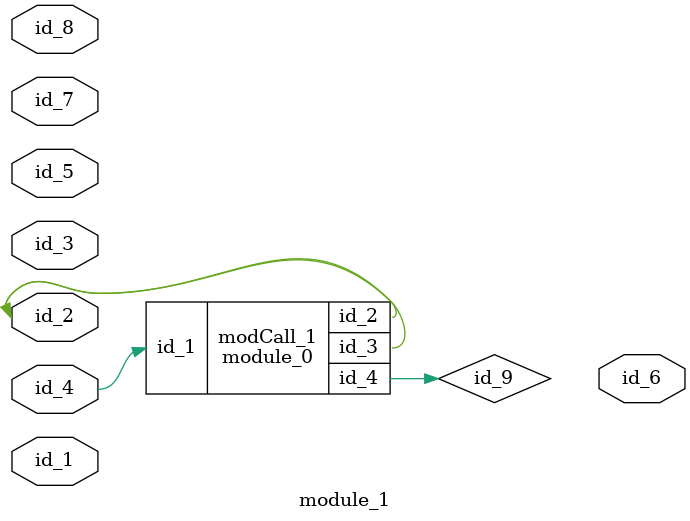
<source format=v>
module module_0 (
    id_1,
    id_2,
    id_3,
    id_4
);
  output wire id_4;
  output wire id_3;
  output wire id_2;
  input wire id_1;
  wire id_5;
endmodule
module module_1 (
    id_1,
    id_2,
    id_3,
    id_4,
    id_5,
    id_6,
    id_7,
    id_8
);
  input wire id_8;
  inout wire id_7;
  output wire id_6;
  inout wire id_5;
  inout wire id_4;
  input wire id_3;
  inout wire id_2;
  input wire id_1;
  wire id_9;
  module_0 modCall_1 (
      id_4,
      id_2,
      id_2,
      id_9
  );
endmodule

</source>
